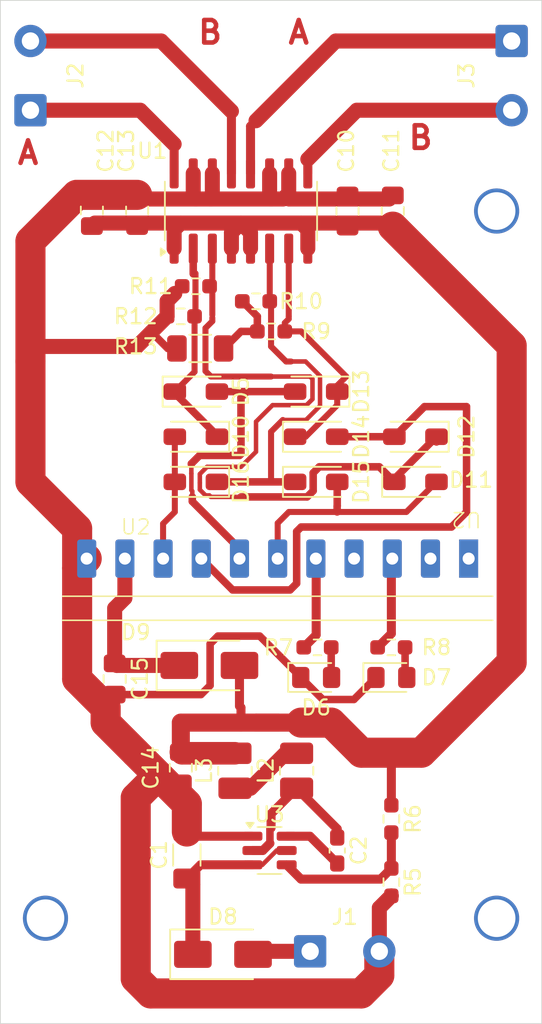
<source format=kicad_pcb>
(kicad_pcb (version 20241229) (generator "pcbnew") (generator_version "9.0")
  (layers (0 "F.Cu" signal) (2 "B.Cu" signal) (13 "F.Paste" user) (15 "B.Paste" user) (5 "F.SilkS" user "F.Silkscreen") (7 "B.SilkS" user "B.Silkscreen") (1 "F.Mask" user) (3 "B.Mask" user) (25 "Edge.Cuts" user))
  (net 0 "")
  (net 1 "GND")
  (net 2 "Net-(D8-K)")
  (net 3 "+5V")
  (net 4 "Net-(D9-K)")
  (net 5 "Net-(D15-K)")
  (net 6 "Net-(D6-A)")
  (net 7 "Net-(D7-A)")
  (net 8 "Net-(D8-A)")
  (net 9 "Net-(J2-Pin_2)")
  (net 10 "Net-(J2-Pin_1)")
  (net 11 "Net-(J3-Pin_2)")
  (net 12 "Net-(J3-Pin_1)")
  (net 13 "Net-(L2-Pad2)")
  (net 14 "Net-(U3-SW)")
  (net 15 "Net-(U3-VFB)")
  (net 16 "Net-(U2-VT)")
  (net 17 "Net-(U2-LED)")
  (net 21 "Net-(U3-VBST)")
  (net 22 "Net-(D10-A)")
  (net 23 "Net-(D10-K)")
  (net 24 "Net-(D11-A)")
  (net 25 "Net-(D12-A)")
  (net 26 "Net-(D11-K)")
  (net 27 "Net-(D13-A)")
  (net 28 "Net-(D13-K)")
  (net 29 "Net-(R10-Pad2)")
  (footprint "Capacitor_SMD:C_0805_2012Metric_Pad1.18x1.45mm_HandSolder" (layer "F.Cu") (at 33.6 168.301 -90)
    (property "Reference" "C15" (at 0 -1.68 90) (layer "F.SilkS"))
    (property "Value" "47u")
    (fp_line (start -0.261252 0.735) (end 0.261252 0.735) (stroke (width 0.12)) (layer "F.SilkS"))
    (fp_line (start -0.261252 -0.735) (end 0.261252 -0.735) (stroke (width 0.12)) (layer "F.SilkS"))
    (pad "1" smd roundrect (at -1.0375 0 270) (size 1.175 1.45) (layers "F.Cu" "F.Mask" "F.Paste") (roundrect_rratio 0.212766) (net 4 "Net-(D9-K)"))
    (pad "2" smd roundrect (at 1.0375 0 270) (size 1.175 1.45) (layers "F.Cu" "F.Mask" "F.Paste") (roundrect_rratio 0.212766) (net 1 "GND"))
  )
  (footprint "Diode_SMD:D_SOD-123F_HandSoldering" (layer "F.Cu") (at 47 149.201 180)
    (property "Reference" "D13" (at -3 0 90) (layer "F.SilkS"))
    (property "Value" "D_Schottky")
    (fp_line (start -2.21 1) (end 1.65 1) (stroke (width 0.12)) (layer "F.SilkS"))
    (fp_line (start -2.21 -1) (end 1.65 -1) (stroke (width 0.12)) (layer "F.SilkS"))
    (fp_line (start -2.21 -1) (end -2.21 1) (stroke (width 0.12)) (layer "F.SilkS"))
    (pad "1" smd roundrect (at -1.4 0 180) (size 1.5 1.1) (layers "F.Cu" "F.Mask" "F.Paste") (roundrect_rratio 0.2272727273) (net 28 "Net-(D13-K)"))
    (pad "2" smd roundrect (at 1.4 0 180) (size 1.5 1.1) (layers "F.Cu" "F.Mask" "F.Paste") (roundrect_rratio 0.2272727273) (net 27 "Net-(D13-A)"))
  )
  (footprint "Package_TO_SOT_SMD:SOT-23-6" (layer "F.Cu") (at 43.9 179.701)
    (property "Reference" "U3" (at 0 -2.4 0) (layer "F.SilkS"))
    (property "Value" "TPS563201DDCR")
    (fp_line (start 0 -1.56) (end -0.8 -1.56) (stroke (width 0.12)) (layer "F.SilkS"))
    (fp_line (start 0 -1.56) (end 0.8 -1.56) (stroke (width 0.12)) (layer "F.SilkS"))
    (fp_line (start 0 1.56) (end -0.8 1.56) (stroke (width 0.12)) (layer "F.SilkS"))
    (fp_line (start 0 1.56) (end 0.8 1.56) (stroke (width 0.12)) (layer "F.SilkS"))
    (fp_poly (pts (xy -1.3 -1.51) (xy -1.54 -1.84) (xy -1.06 -1.84)) (stroke (width 0.12)) (fill yes) (layer "F.SilkS"))
    (pad "1" smd roundrect (at -1.1375 -0.95) (size 1.325 0.6) (layers "F.Cu" "F.Mask" "F.Paste") (net 1 "GND"))
    (pad "2" smd roundrect (at -1.1375 0) (size 1.325 0.6) (layers "F.Cu" "F.Mask" "F.Paste") (net 14 "Net-(U3-SW)"))
    (pad "3" smd roundrect (at -1.1375 0.95) (size 1.325 0.6) (layers "F.Cu" "F.Mask" "F.Paste") (net 2 "Net-(D8-K)"))
    (pad "4" smd roundrect (at 1.1375 0.95) (size 1.325 0.6) (layers "F.Cu" "F.Mask" "F.Paste") (net 15 "Net-(U3-VFB)"))
    (pad "5" smd roundrect (at 1.1375 0) (size 1.325 0.6) (layers "F.Cu" "F.Mask" "F.Paste") (net 2 "Net-(D8-K)"))
    (pad "6" smd roundrect (at 1.1375 -0.95) (size 1.325 0.6) (layers "F.Cu" "F.Mask" "F.Paste") (net 21 "Net-(U3-VBST)"))
  )
  (footprint "Resistor_SMD:R_0603_1608Metric_Pad0.98x0.95mm_HandSolder" (layer "F.Cu") (at 52 181.801 -90)
    (property "Reference" "R5" (at 0 -1.43 90) (layer "F.SilkS"))
    (property "Value" "10k")
    (fp_line (start -0.254724 0.5225) (end 0.254724 0.5225) (stroke (width 0.12)) (layer "F.SilkS"))
    (fp_line (start -0.254724 -0.5225) (end 0.254724 -0.5225) (stroke (width 0.12)) (layer "F.SilkS"))
    (pad "1" smd roundrect (at -0.9125 0 270) (size 0.975 0.95) (layers "F.Cu" "F.Mask" "F.Paste") (net 15 "Net-(U3-VFB)"))
    (pad "2" smd roundrect (at 0.9125 0 270) (size 0.975 0.95) (layers "F.Cu" "F.Mask" "F.Paste") (net 1 "GND"))
  )
  (footprint "RF_Module:RXC6-433MHZ" (layer "F.Cu") (at 45.78 161.801 180)
    (property "Reference" "U2" (at -11.22 4.1 180) (layer "F.SilkS") (effects (font (thickness 0.1))))
    (property "Value" "RXC6-433MHZ")
    (fp_line (start 15.64 -1) (end -12.96 -1) (stroke (width 0.1)) (layer "F.SilkS"))
    (fp_line (start 15.64 -2.6) (end -12.96 -2.6) (stroke (width 0.1)) (layer "F.SilkS"))
    (fp_text user "${REFERENCE}" (at 10.78 3.6 0) (layer "F.SilkS") (effects (font (thickness 0.1))))
    (pad "1" thru_hole rect (at -11.36 1.5 270) (size 2.54 1.27) (drill 0.8) (layers "*.Cu" "*.Mask"))
    (pad "2" thru_hole roundrect (at -8.82 1.5 270) (size 2.54 1.27) (drill 0.8) (layers "*.Cu" "*.Mask") (roundrect_rratio 0.15))
    (pad "3" thru_hole roundrect (at -6.28 1.5 90) (size 2.54 1.27) (drill 0.8) (layers "*.Cu" "*.Mask") (roundrect_rratio 0.15) (net 17 "Net-(U2-LED)"))
    (pad "4" thru_hole roundrect (at -3.74 1.5 90) (size 2.54 1.27) (drill 0.8) (layers "*.Cu" "*.Mask") (roundrect_rratio 0.15))
    (pad "5" thru_hole roundrect (at -1.2 1.5 90) (size 2.54 1.27) (drill 0.8) (layers "*.Cu" "*.Mask") (roundrect_rratio 0.15) (net 16 "Net-(U2-VT)"))
    (pad "6" thru_hole roundrect (at 1.34 1.5 90) (size 2.54 1.27) (drill 0.8) (layers "*.Cu" "*.Mask") (roundrect_rratio 0.15) (net 24 "Net-(D11-A)"))
    (pad "7" thru_hole roundrect (at 3.88 1.5 90) (size 2.54 1.27) (drill 0.8) (layers "*.Cu" "*.Mask") (roundrect_rratio 0.15) (net 27 "Net-(D13-A)"))
    (pad "8" thru_hole roundrect (at 6.42 1.5 90) (size 2.54 1.27) (drill 0.8) (layers "*.Cu" "*.Mask") (roundrect_rratio 0.15) (net 25 "Net-(D12-A)"))
    (pad "9" thru_hole roundrect (at 8.96 1.5 90) (size 2.54 1.27) (drill 0.8) (layers "*.Cu" "*.Mask") (roundrect_rratio 0.15) (net 22 "Net-(D10-A)"))
    (pad "10" thru_hole roundrect (at 11.5 1.5 90) (size 2.54 1.27) (drill 0.8) (layers "*.Cu" "*.Mask") (roundrect_rratio 0.15) (net 4 "Net-(D9-K)"))
    (pad "11" thru_hole roundrect (at 14.04 1.5 90) (size 2.54 1.27) (drill 0.8) (layers "*.Cu" "*.Mask") (roundrect_rratio 0.15) (net 1 "GND"))
  )
  (footprint "Inductor_SMD:L_1008_2520Metric_Pad1.43x2.20mm_HandSolder" (layer "F.Cu") (at 45.7 174.401 90)
    (property "Reference" "L2" (at 0 -2.05 90) (layer "F.SilkS"))
    (property "Value" "2.2uH")
    (fp_line (start -0.261252 -1.11) (end 0.261252 -1.11) (stroke (width 0.12)) (layer "F.SilkS"))
    (fp_line (start -0.261252 1.11) (end 0.261252 1.11) (stroke (width 0.12)) (layer "F.SilkS"))
    (pad "1" smd roundrect (at -1.1625 0 90) (size 1.425 2.2) (layers "F.Cu" "F.Mask" "F.Paste") (roundrect_rratio 0.175439) (net 14 "Net-(U3-SW)"))
    (pad "2" smd roundrect (at 1.1625 0 90) (size 1.425 2.2) (layers "F.Cu" "F.Mask" "F.Paste") (roundrect_rratio 0.175439) (net 13 "Net-(L2-Pad2)"))
  )
  (footprint "Package_SO:SOP-16_3.9x9.9mm_P1.27mm" (layer "F.Cu") (at 42 137.201 90)
    (property "Reference" "U1" (at 4 -5.9 180) (layer "F.SilkS"))
    (property "Value" "MX1616H")
    (fp_line (start 0 -5.06) (end 1.95 -5.06) (stroke (width 0.12)) (layer "F.SilkS"))
    (fp_line (start 0 -5.06) (end -1.95 -5.06) (stroke (width 0.12)) (layer "F.SilkS"))
    (fp_line (start 0 5.06) (end 1.95 5.06) (stroke (width 0.12)) (layer "F.SilkS"))
    (fp_line (start 0 5.06) (end -1.95 5.06) (stroke (width 0.12)) (layer "F.SilkS"))
    (fp_poly (pts (xy -2.725 -5.005) (xy -2.965 -5.335) (xy -2.485 -5.335)) (stroke (width 0.12)) (fill yes) (layer "F.SilkS"))
    (pad "1" smd roundrect (at -2.5 -4.445 90) (size 2 0.6) (layers "F.Cu" "F.Mask" "F.Paste") (net 3 "+5V"))
    (pad "2" smd roundrect (at -2.5 -3.175 90) (size 2 0.6) (layers "F.Cu" "F.Mask" "F.Paste") (net 23 "Net-(D10-K)"))
    (pad "3" smd roundrect (at -2.5 -1.905 90) (size 2 0.6) (layers "F.Cu" "F.Mask" "F.Paste") (net 26 "Net-(D11-K)"))
    (pad "4" smd roundrect (at -2.5 -0.635 90) (size 2 0.6) (layers "F.Cu" "F.Mask" "F.Paste") (net 3 "+5V"))
    (pad "5" smd roundrect (at -2.5 0.635 90) (size 2 0.6) (layers "F.Cu" "F.Mask" "F.Paste") (net 3 "+5V"))
    (pad "6" smd roundrect (at -2.5 1.905 90) (size 2 0.6) (layers "F.Cu" "F.Mask" "F.Paste") (net 5 "Net-(D15-K)"))
    (pad "7" smd roundrect (at -2.5 3.175 90) (size 2 0.6) (layers "F.Cu" "F.Mask" "F.Paste") (net 28 "Net-(D13-K)"))
    (pad "8" smd roundrect (at -2.5 4.445 90) (size 2 0.6) (layers "F.Cu" "F.Mask" "F.Paste") (net 3 "+5V"))
    (pad "9" smd roundrect (at 2.5 4.445 90) (size 2 0.6) (layers "F.Cu" "F.Mask" "F.Paste") (net 11 "Net-(J3-Pin_2)"))
    (pad "10" smd roundrect (at 2.5 3.175 90) (size 2 0.6) (layers "F.Cu" "F.Mask" "F.Paste") (net 1 "GND"))
    (pad "11" smd roundrect (at 2.5 1.905 90) (size 2 0.6) (layers "F.Cu" "F.Mask" "F.Paste") (net 1 "GND"))
    (pad "12" smd roundrect (at 2.5 0.635 90) (size 2 0.6) (layers "F.Cu" "F.Mask" "F.Paste") (net 12 "Net-(J3-Pin_1)"))
    (pad "13" smd roundrect (at 2.5 -0.635 90) (size 2 0.6) (layers "F.Cu" "F.Mask" "F.Paste") (net 9 "Net-(J2-Pin_2)"))
    (pad "14" smd roundrect (at 2.5 -1.905 90) (size 2 0.6) (layers "F.Cu" "F.Mask" "F.Paste") (net 1 "GND"))
    (pad "15" smd roundrect (at 2.5 -3.175 90) (size 2 0.6) (layers "F.Cu" "F.Mask" "F.Paste") (net 1 "GND"))
    (pad "16" smd roundrect (at 2.5 -4.445 90) (size 2 0.6) (layers "F.Cu" "F.Mask" "F.Paste") (net 10 "Net-(J2-Pin_1)"))
  )
  (footprint "Capacitor_SMD:C_0805_2012Metric_Pad1.18x1.45mm_HandSolder" (layer "F.Cu") (at 38 174.201 -90)
    (property "Reference" "C14" (at 0 2 90) (layer "F.SilkS"))
    (property "Value" "47u")
    (fp_line (start -0.261252 0.735) (end 0.261252 0.735) (stroke (width 0.12)) (layer "F.SilkS"))
    (fp_line (start -0.261252 -0.735) (end 0.261252 -0.735) (stroke (width 0.12)) (layer "F.SilkS"))
    (pad "1" smd roundrect (at -1.0375 0 270) (size 1.175 1.45) (layers "F.Cu" "F.Mask" "F.Paste") (roundrect_rratio 0.212766) (net 3 "+5V"))
    (pad "2" smd roundrect (at 1.0375 0 270) (size 1.175 1.45) (layers "F.Cu" "F.Mask" "F.Paste") (roundrect_rratio 0.212766) (net 1 "GND"))
  )
  (footprint "Resistor_SMD:R_0603_1608Metric_Pad0.98x0.95mm_HandSolder" (layer "F.Cu") (at 43 143.201 180)
    (property "Reference" "R10" (at -3 0 0) (layer "F.SilkS"))
    (property "Value" "10k")
    (fp_line (start -0.254724 0.5225) (end 0.254724 0.5225) (stroke (width 0.12)) (layer "F.SilkS"))
    (fp_line (start -0.254724 -0.5225) (end 0.254724 -0.5225) (stroke (width 0.12)) (layer "F.SilkS"))
    (pad "1" smd roundrect (at -0.9125 0 180) (size 0.975 0.95) (layers "F.Cu" "F.Mask" "F.Paste") (net 5 "Net-(D15-K)"))
    (pad "2" smd roundrect (at 0.9125 0 180) (size 0.975 0.95) (layers "F.Cu" "F.Mask" "F.Paste") (net 29 "Net-(R10-Pad2)"))
  )
  (footprint "Resistor_SMD:R_0603_1608Metric_Pad0.98x0.95mm_HandSolder" (layer "F.Cu") (at 39 142.201 180)
    (property "Reference" "R11" (at 3 0 0) (layer "F.SilkS"))
    (property "Value" "10k")
    (fp_line (start -0.254724 0.5225) (end 0.254724 0.5225) (stroke (width 0.12)) (layer "F.SilkS"))
    (fp_line (start -0.254724 -0.5225) (end 0.254724 -0.5225) (stroke (width 0.12)) (layer "F.SilkS"))
    (pad "1" smd roundrect (at -0.9125 0 180) (size 0.975 0.95) (layers "F.Cu" "F.Mask" "F.Paste") (net 26 "Net-(D11-K)"))
    (pad "2" smd roundrect (at 0.9125 0 180) (size 0.975 0.95) (layers "F.Cu" "F.Mask" "F.Paste") (net 1 "GND"))
  )
  (footprint "Diode_SMD:D_SOD-123F_HandSoldering" (layer "F.Cu") (at 47 155.201)
    (property "Reference" "D15" (at 3 0 90) (layer "F.SilkS"))
    (property "Value" "D_Schottky")
    (fp_line (start -2.21 -1) (end -2.21 1) (stroke (width 0.12)) (layer "F.SilkS"))
    (fp_line (start -2.21 -1) (end 1.65 -1) (stroke (width 0.12)) (layer "F.SilkS"))
    (fp_line (start -2.21 1) (end 1.65 1) (stroke (width 0.12)) (layer "F.SilkS"))
    (pad "1" smd roundrect (at -1.4 0) (size 1.5 1.1) (layers "F.Cu" "F.Mask" "F.Paste") (roundrect_rratio 0.2272727273) (net 5 "Net-(D15-K)"))
    (pad "2" smd roundrect (at 1.4 0) (size 1.5 1.1) (layers "F.Cu" "F.Mask" "F.Paste") (roundrect_rratio 0.2272727273) (net 24 "Net-(D11-A)"))
  )
  (footprint "Resistor_SMD:R_1206_3216Metric_Pad1.30x1.75mm_HandSolder" (layer "F.Cu") (at 39.290133 146.334907 180)
    (property "Reference" "R13" (at 4.290133 0.133907 0) (layer "F.SilkS"))
    (property "Value" "0r")
    (fp_line (start -0.727064 0.91) (end 0.727064 0.91) (stroke (width 0.12)) (layer "F.SilkS"))
    (fp_line (start -0.727064 -0.91) (end 0.727064 -0.91) (stroke (width 0.12)) (layer "F.SilkS"))
    (pad "1" smd roundrect (at -1.55 0 180) (size 1.3 1.75) (layers "F.Cu" "F.Mask" "F.Paste") (roundrect_rratio 0.192308) (net 29 "Net-(R10-Pad2)"))
    (pad "2" smd roundrect (at 1.55 0 180) (size 1.3 1.75) (layers "F.Cu" "F.Mask" "F.Paste") (roundrect_rratio 0.192308) (net 1 "GND"))
  )
  (footprint "Capacitor_SMD:C_0805_2012Metric_Pad1.18x1.45mm_HandSolder" (layer "F.Cu") (at 52.095 137.201 90)
    (property "Reference" "C11" (at 4 -0.095 90) (layer "F.SilkS"))
    (property "Value" "47u")
    (fp_line (start -0.261252 -0.735) (end 0.261252 -0.735) (stroke (width 0.12)) (layer "F.SilkS"))
    (fp_line (start -0.261252 0.735) (end 0.261252 0.735) (stroke (width 0.12)) (layer "F.SilkS"))
    (pad "1" smd roundrect (at -1.0375 0 90) (size 1.175 1.45) (layers "F.Cu" "F.Mask" "F.Paste") (roundrect_rratio 0.212766) (net 3 "+5V"))
    (pad "2" smd roundrect (at 1.0375 0 90) (size 1.175 1.45) (layers "F.Cu" "F.Mask" "F.Paste") (roundrect_rratio 0.212766) (net 1 "GND"))
  )
  (footprint "Diode_SMD:D_SOD-123F_HandSoldering" (layer "F.Cu") (at 47 152.201)
    (property "Reference" "D14" (at 3 0 90) (layer "F.SilkS"))
    (property "Value" "D_Schottky")
    (fp_line (start -2.21 -1) (end -2.21 1) (stroke (width 0.12)) (layer "F.SilkS"))
    (fp_line (start -2.21 -1) (end 1.65 -1) (stroke (width 0.12)) (layer "F.SilkS"))
    (fp_line (start -2.21 1) (end 1.65 1) (stroke (width 0.12)) (layer "F.SilkS"))
    (pad "1" smd roundrect (at -1.4 0) (size 1.5 1.1) (layers "F.Cu" "F.Mask" "F.Paste") (roundrect_rratio 0.2272727273) (net 28 "Net-(D13-K)"))
    (pad "2" smd roundrect (at 1.4 0) (size 1.5 1.1) (layers "F.Cu" "F.Mask" "F.Paste") (roundrect_rratio 0.2272727273) (net 25 "Net-(D12-A)"))
  )
  (footprint "Capacitor_SMD:C_0805_2012Metric_Pad1.18x1.45mm_HandSolder" (layer "F.Cu") (at 32.085 137.1635 90)
    (property "Reference" "C12" (at 3.9625 0.915 90) (layer "F.SilkS"))
    (property "Value" "47u")
    (fp_line (start -0.261252 -0.735) (end 0.261252 -0.735) (stroke (width 0.12)) (layer "F.SilkS"))
    (fp_line (start -0.261252 0.735) (end 0.261252 0.735) (stroke (width 0.12)) (layer "F.SilkS"))
    (pad "1" smd roundrect (at -1.0375 0 90) (size 1.175 1.45) (layers "F.Cu" "F.Mask" "F.Paste") (roundrect_rratio 0.212766) (net 3 "+5V"))
    (pad "2" smd roundrect (at 1.0375 0 90) (size 1.175 1.45) (layers "F.Cu" "F.Mask" "F.Paste") (roundrect_rratio 0.212766) (net 1 "GND"))
  )
  (footprint "Connector_Wire:SolderWire-0.5sqmm_1x02_P4.6mm_D0.9mm_OD2.1mm" (layer "F.Cu") (at 28 130.501 90)
    (property "Reference" "J2" (at 2.3 3 90) (layer "F.SilkS"))
    (property "Value" "Conn_01x02")
    (pad "1" thru_hole roundrect (at 0 0 90) (size 2.15 2.15) (drill 1.15) (layers "*.Cu" "*.Mask") (roundrect_rratio 0.116279) (net 10 "Net-(J2-Pin_1)"))
    (pad "2" thru_hole circle (at 4.6 0 90) (size 2.15 2.15) (drill 1.15) (layers "*.Cu" "*.Mask") (net 9 "Net-(J2-Pin_2)"))
  )
  (footprint "Capacitor_SMD:C_0805_2012Metric_Pad1.18x1.45mm_HandSolder" (layer "F.Cu") (at 35.095 137.1635 90)
    (property "Reference" "C13" (at 3.9625 -0.725 90) (layer "F.SilkS"))
    (property "Value" "47u")
    (fp_line (start -0.261252 -0.735) (end 0.261252 -0.735) (stroke (width 0.12)) (layer "F.SilkS"))
    (fp_line (start -0.261252 0.735) (end 0.261252 0.735) (stroke (width 0.12)) (layer "F.SilkS"))
    (pad "1" smd roundrect (at -1.0375 0 90) (size 1.175 1.45) (layers "F.Cu" "F.Mask" "F.Paste") (roundrect_rratio 0.212766) (net 3 "+5V"))
    (pad "2" smd roundrect (at 1.0375 0 90) (size 1.175 1.45) (layers "F.Cu" "F.Mask" "F.Paste") (roundrect_rratio 0.212766) (net 1 "GND"))
  )
  (footprint "Capacitor_SMD:C_0603_1608Metric_Pad1.08x0.95mm_HandSolder" (layer "F.Cu") (at 48.4 179.701 -90)
    (property "Reference" "C2" (at 0 -1.43 90) (layer "F.SilkS"))
    (property "Value" "100n")
    (fp_line (start -0.146267 0.51) (end 0.146267 0.51) (stroke (width 0.12)) (layer "F.SilkS"))
    (fp_line (start -0.146267 -0.51) (end 0.146267 -0.51) (stroke (width 0.12)) (layer "F.SilkS"))
    (pad "1" smd roundrect (at -0.8625 0 270) (size 1.075 0.95) (layers "F.Cu" "F.Mask" "F.Paste") (net 14 "Net-(U3-SW)"))
    (pad "2" smd roundrect (at 0.8625 0 270) (size 1.075 0.95) (layers "F.Cu" "F.Mask" "F.Paste") (net 21 "Net-(U3-VBST)"))
  )
  (footprint "Resistor_SMD:R_0603_1608Metric_Pad0.98x0.95mm_HandSolder" (layer "F.Cu") (at 52 177.601 -90)
    (property "Reference" "R6" (at 0 -1.43 90) (layer "F.SilkS"))
    (property "Value" "56k")
    (fp_line (start -0.254724 0.5225) (end 0.254724 0.5225) (stroke (width 0.12)) (layer "F.SilkS"))
    (fp_line (start -0.254724 -0.5225) (end 0.254724 -0.5225) (stroke (width 0.12)) (layer "F.SilkS"))
    (pad "1" smd roundrect (at -0.9125 0 270) (size 0.975 0.95) (layers "F.Cu" "F.Mask" "F.Paste") (net 3 "+5V"))
    (pad "2" smd roundrect (at 0.9125 0 270) (size 0.975 0.95) (layers "F.Cu" "F.Mask" "F.Paste") (net 15 "Net-(U3-VFB)"))
  )
  (footprint "Diode_SMD:D_SOD-123F_HandSoldering" (layer "F.Cu") (at 39 152.201 180)
    (property "Reference" "D10" (at -3 0 90) (layer "F.SilkS"))
    (property "Value" "D_Schottky")
    (fp_line (start -2.21 1) (end 1.65 1) (stroke (width 0.12)) (layer "F.SilkS"))
    (fp_line (start -2.21 -1) (end 1.65 -1) (stroke (width 0.12)) (layer "F.SilkS"))
    (fp_line (start -2.21 -1) (end -2.21 1) (stroke (width 0.12)) (layer "F.SilkS"))
    (pad "1" smd roundrect (at -1.4 0 180) (size 1.5 1.1) (layers "F.Cu" "F.Mask" "F.Paste") (roundrect_rratio 0.2272727273) (net 23 "Net-(D10-K)"))
    (pad "2" smd roundrect (at 1.4 0 180) (size 1.5 1.1) (layers "F.Cu" "F.Mask" "F.Paste") (roundrect_rratio 0.2272727273) (net 22 "Net-(D10-A)"))
  )
  (footprint "Diode_SMD:D_SOD-123F_HandSoldering" (layer "F.Cu") (at 53.6 152.201 180)
    (property "Reference" "D12" (at -3.4 0 90) (layer "F.SilkS"))
    (property "Value" "D_Schottky")
    (fp_line (start -2.21 1) (end 1.65 1) (stroke (width 0.12)) (layer "F.SilkS"))
    (fp_line (start -2.21 -1) (end 1.65 -1) (stroke (width 0.12)) (layer "F.SilkS"))
    (fp_line (start -2.21 -1) (end -2.21 1) (stroke (width 0.12)) (layer "F.SilkS"))
    (pad "1" smd roundrect (at -1.4 0 180) (size 1.5 1.1) (layers "F.Cu" "F.Mask" "F.Paste") (roundrect_rratio 0.2272727273) (net 26 "Net-(D11-K)"))
    (pad "2" smd roundrect (at 1.4 0 180) (size 1.5 1.1) (layers "F.Cu" "F.Mask" "F.Paste") (roundrect_rratio 0.2272727273) (net 25 "Net-(D12-A)"))
  )
  (footprint "Resistor_SMD:R_0603_1608Metric_Pad0.98x0.95mm_HandSolder" (layer "F.Cu") (at 38 144.201 180)
    (property "Reference" "R12" (at 3 0 0) (layer "F.SilkS"))
    (property "Value" "10k")
    (fp_line (start -0.254724 0.5225) (end 0.254724 0.5225) (stroke (width 0.12)) (layer "F.SilkS"))
    (fp_line (start -0.254724 -0.5225) (end 0.254724 -0.5225) (stroke (width 0.12)) (layer "F.SilkS"))
    (pad "1" smd roundrect (at -0.9125 0 180) (size 0.975 0.95) (layers "F.Cu" "F.Mask" "F.Paste") (net 23 "Net-(D10-K)"))
    (pad "2" smd roundrect (at 0.9125 0 180) (size 0.975 0.95) (layers "F.Cu" "F.Mask" "F.Paste") (net 1 "GND"))
  )
  (footprint "Connector_Wire:SolderWire-0.5sqmm_1x02_P4.6mm_D0.9mm_OD2.1mm" (layer "F.Cu") (at 60 125.901 -90)
    (property "Reference" "J3" (at 2.3 3 90) (layer "F.SilkS"))
    (property "Value" "Conn_01x02")
    (pad "1" thru_hole roundrect (at 0 0 270) (size 2.15 2.15) (drill 1.15) (layers "*.Cu" "*.Mask") (roundrect_rratio 0.116279) (net 12 "Net-(J3-Pin_1)"))
    (pad "2" thru_hole circle (at 4.6 0 270) (size 2.15 2.15) (drill 1.15) (layers "*.Cu" "*.Mask") (net 11 "Net-(J3-Pin_2)"))
  )
  (footprint "LED_SMD:LED_0805_2012Metric_Pad1.15x1.40mm_HandSolder" (layer "F.Cu") (at 52 168.201)
    (property "Reference" "D7" (at 3 0 0) (layer "F.SilkS"))
    (property "Value" "Green 0805")
    (fp_line (start -1.86 -0.96) (end -1.86 0.96) (stroke (width 0.12)) (layer "F.SilkS"))
    (fp_line (start -1.86 0.96) (end 1 0.96) (stroke (width 0.12)) (layer "F.SilkS"))
    (fp_line (start 1 -0.96) (end -1.86 -0.96) (stroke (width 0.12)) (layer "F.SilkS"))
    (pad "1" smd roundrect (at -1.025 0) (size 1.15 1.4) (layers "F.Cu" "F.Mask" "F.Paste") (roundrect_rratio 0.217391) (net 1 "GND"))
    (pad "2" smd roundrect (at 1.025 0) (size 1.15 1.4) (layers "F.Cu" "F.Mask" "F.Paste") (roundrect_rratio 0.217391) (net 7 "Net-(D7-A)"))
  )
  (footprint "Diode_SMD:D_SOD-123F_HandSoldering" (layer "F.Cu") (at 53.6 155.201)
    (property "Reference" "D11" (at 3.698163 -0.133878 0) (layer "F.SilkS"))
    (property "Value" "D_Schottky")
    (fp_line (start -2.21 -1) (end -2.21 1) (stroke (width 0.12)) (layer "F.SilkS"))
    (fp_line (start -2.21 -1) (end 1.65 -1) (stroke (width 0.12)) (layer "F.SilkS"))
    (fp_line (start -2.21 1) (end 1.65 1) (stroke (width 0.12)) (layer "F.SilkS"))
    (pad "1" smd roundrect (at -1.4 0) (size 1.5 1.1) (layers "F.Cu" "F.Mask" "F.Paste") (roundrect_rratio 0.2272727273) (net 26 "Net-(D11-K)"))
    (pad "2" smd roundrect (at 1.4 0) (size 1.5 1.1) (layers "F.Cu" "F.Mask" "F.Paste") (roundrect_rratio 0.2272727273) (net 24 "Net-(D11-A)"))
  )
  (footprint "Capacitor_SMD:C_1206_3216Metric_Pad1.33x1.80mm_HandSolder" (layer "F.Cu") (at 38.4 180.001 90)
    (property "Reference" "C1" (at 0 -1.85 90) (layer "F.SilkS"))
    (property "Value" "4.7uF")
    (fp_line (start -0.711252 -0.91) (end 0.711252 -0.91) (stroke (width 0.12)) (layer "F.SilkS"))
    (fp_line (start -0.711252 0.91) (end 0.711252 0.91) (stroke (width 0.12)) (layer "F.SilkS"))
    (pad "1" smd roundrect (at -1.5625 0 90) (size 1.325 1.8) (layers "F.Cu" "F.Mask" "F.Paste") (roundrect_rratio 0.188679) (net 2 "Net-(D8-K)"))
    (pad "2" smd roundrect (at 1.5625 0 90) (size 1.325 1.8) (layers "F.Cu" "F.Mask" "F.Paste") (roundrect_rratio 0.188679) (net 1 "GND"))
  )
  (footprint "Capacitor_SMD:C_0805_2012Metric_Pad1.18x1.45mm_HandSolder" (layer "F.Cu") (at 49.085 137.201 90)
    (property "Reference" "C10" (at 4 -0.085 90) (layer "F.SilkS"))
    (property "Value" "47u")
    (fp_line (start -0.261252 -0.735) (end 0.261252 -0.735) (stroke (width 0.12)) (layer "F.SilkS"))
    (fp_line (start -0.261252 0.735) (end 0.261252 0.735) (stroke (width 0.12)) (layer "F.SilkS"))
    (pad "1" smd roundrect (at -1.0375 0 90) (size 1.175 1.45) (layers "F.Cu" "F.Mask" "F.Paste") (roundrect_rratio 0.212766) (net 3 "+5V"))
    (pad "2" smd roundrect (at 1.0375 0 90) (size 1.175 1.45) (layers "F.Cu" "F.Mask" "F.Paste") (roundrect_rratio 0.212766) (net 1 "GND"))
  )
  (footprint "Diode_SMD:D_SOD-123F_HandSoldering" (layer "F.Cu") (at 39 155.201 180)
    (property "Reference" "D16" (at -3 0 90) (layer "F.SilkS"))
    (property "Value" "D_Schottky")
    (fp_line (start -2.21 1) (end 1.65 1) (stroke (width 0.12)) (layer "F.SilkS"))
    (fp_line (start -2.21 -1) (end 1.65 -1) (stroke (width 0.12)) (layer "F.SilkS"))
    (fp_line (start -2.21 -1) (end -2.21 1) (stroke (width 0.12)) (layer "F.SilkS"))
    (pad "1" smd roundrect (at -1.4 0 180) (size 1.5 1.1) (layers "F.Cu" "F.Mask" "F.Paste") (roundrect_rratio 0.2272727273) (net 5 "Net-(D15-K)"))
    (pad "2" smd roundrect (at 1.4 0 180) (size 1.5 1.1) (layers "F.Cu" "F.Mask" "F.Paste") (roundrect_rratio 0.2272727273) (net 22 "Net-(D10-A)"))
  )
  (footprint "LED_SMD:LED_0805_2012Metric_Pad1.15x1.40mm_HandSolder" (layer "F.Cu") (at 47 168.201)
    (property "Reference" "D6" (at 0 2 0) (layer "F.SilkS"))
    (property "Value" "Green 0805")
    (fp_line (start -1.86 -0.96) (end -1.86 0.96) (stroke (width 0.12)) (layer "F.SilkS"))
    (fp_line (start -1.86 0.96) (end 1 0.96) (stroke (width 0.12)) (layer "F.SilkS"))
    (fp_line (start 1 -0.96) (end -1.86 -0.96) (stroke (width 0.12)) (layer "F.SilkS"))
    (pad "1" smd roundrect (at -1.025 0) (size 1.15 1.4) (layers "F.Cu" "F.Mask" "F.Paste") (roundrect_rratio 0.217391) (net 1 "GND"))
    (pad "2" smd roundrect (at 1.025 0) (size 1.15 1.4) (layers "F.Cu" "F.Mask" "F.Paste") (roundrect_rratio 0.217391) (net 6 "Net-(D6-A)"))
  )
  (footprint "Inductor_SMD:L_1008_2520Metric_Pad1.43x2.20mm_HandSolder" (layer "F.Cu") (at 41.6 174.401 90)
    (property "Reference" "L3" (at 0 -2.05 90) (layer "F.SilkS"))
    (property "Value" "2.2uH")
    (fp_line (start -0.261252 -1.11) (end 0.261252 -1.11) (stroke (width 0.12)) (layer "F.SilkS"))
    (fp_line (start -0.261252 1.11) (end 0.261252 1.11) (stroke (width 0.12)) (layer "F.SilkS"))
    (pad "1" smd roundrect (at -1.1625 0 90) (size 1.425 2.2) (layers "F.Cu" "F.Mask" "F.Paste") (roundrect_rratio 0.175439) (net 13 "Net-(L2-Pad2)"))
    (pad "2" smd roundrect (at 1.1625 0 90) (size 1.425 2.2) (layers "F.Cu" "F.Mask" "F.Paste") (roundrect_rratio 0.175439) (net 3 "+5V"))
  )
  (footprint "Resistor_SMD:R_0603_1608Metric_Pad0.98x0.95mm_HandSolder" (layer "F.Cu") (at 52 166.201)
    (property "Reference" "R8" (at 3 0 0) (layer "F.SilkS"))
    (property "Value" "10k")
    (fp_line (start -0.254724 -0.5225) (end 0.254724 -0.5225) (stroke (width 0.12)) (layer "F.SilkS"))
    (fp_line (start -0.254724 0.5225) (end 0.254724 0.5225) (stroke (width 0.12)) (layer "F.SilkS"))
    (pad "1" smd roundrect (at -0.9125 0) (size 0.975 0.95) (layers "F.Cu" "F.Mask" "F.Paste") (net 17 "Net-(U2-LED)"))
    (pad "2" smd roundrect (at 0.9125 0) (size 0.975 0.95) (layers "F.Cu" "F.Mask" "F.Paste") (net 7 "Net-(D7-A)"))
  )
  (footprint "Diode_SMD:D_SMA" (layer "F.Cu") (at 40.8 186.601)
    (property "Reference" "D8" (at 0 -2.5 0) (layer "F.SilkS"))
    (property "Value" "SS34")
    (fp_line (start -3.51 -1.65) (end -3.51 1.65) (stroke (width 0.12)) (layer "F.SilkS"))
    (fp_line (start -3.51 -1.65) (end 2 -1.65) (stroke (width 0.12)) (layer "F.SilkS"))
    (fp_line (start -3.51 1.65) (end 2 1.65) (stroke (width 0.12)) (layer "F.SilkS"))
    (pad "1" smd roundrect (at -2 0) (size 2.5 1.8) (layers "F.Cu" "F.Mask" "F.Paste") (roundrect_rratio 0.1388888889) (net 2 "Net-(D8-K)"))
    (pad "2" smd roundrect (at 2 0) (size 2.5 1.8) (layers "F.Cu" "F.Mask" "F.Paste") (roundrect_rratio 0.1388888889) (net 8 "Net-(D8-A)"))
  )
  (footprint "Resistor_SMD:R_0603_1608Metric_Pad0.98x0.95mm_HandSolder" (layer "F.Cu") (at 47.0875 166.201)
    (property "Reference" "R7" (at -2.594841 0.016505 0) (layer "F.SilkS"))
    (property "Value" "10k")
    (fp_line (start -0.254724 -0.5225) (end 0.254724 -0.5225) (stroke (width 0.12)) (layer "F.SilkS"))
    (fp_line (start -0.254724 0.5225) (end 0.254724 0.5225) (stroke (width 0.12)) (layer "F.SilkS"))
    (pad "1" smd roundrect (at -0.9125 0) (size 0.975 0.95) (layers "F.Cu" "F.Mask" "F.Paste") (net 16 "Net-(U2-VT)"))
    (pad "2" smd roundrect (at 0.9125 0) (size 0.975 0.95) (layers "F.Cu" "F.Mask" "F.Paste") (net 6 "Net-(D6-A)"))
  )
  (footprint "Resistor_SMD:R_0603_1608Metric_Pad0.98x0.95mm_HandSolder" (layer "F.Cu") (at 44 145.201 180)
    (property "Reference" "R9" (at -3 0 0) (layer "F.SilkS"))
    (property "Value" "10k")
    (fp_line (start -0.254724 0.5225) (end 0.254724 0.5225) (stroke (width 0.12)) (layer "F.SilkS"))
    (fp_line (start -0.254724 -0.5225) (end 0.254724 -0.5225) (stroke (width 0.12)) (layer "F.SilkS"))
    (pad "1" smd roundrect (at -0.9125 0 180) (size 0.975 0.95) (layers "F.Cu" "F.Mask" "F.Paste") (net 28 "Net-(D13-K)"))
    (pad "2" smd roundrect (at 0.9125 0 180) (size 0.975 0.95) (layers "F.Cu" "F.Mask" "F.Paste") (net 29 "Net-(R10-Pad2)"))
  )
  (footprint "Diode_SMD:D_SMA" (layer "F.Cu") (at 39.9 167.401)
    (property "Reference" "D9" (at -4.9 -2.2 0) (layer "F.SilkS"))
    (property "Value" "SS34")
    (fp_line (start -3.51 -1.65) (end -3.51 1.65) (stroke (width 0.12)) (layer "F.SilkS"))
    (fp_line (start -3.51 -1.65) (end 2 -1.65) (stroke (width 0.12)) (layer "F.SilkS"))
    (fp_line (start -3.51 1.65) (end 2 1.65) (stroke (width 0.12)) (layer "F.SilkS"))
    (pad "1" smd roundrect (at -2 0) (size 2.5 1.8) (layers "F.Cu" "F.Mask" "F.Paste") (roundrect_rratio 0.1388888889) (net 4 "Net-(D9-K)"))
    (pad "2" smd roundrect (at 2 0) (size 2.5 1.8) (layers "F.Cu" "F.Mask" "F.Paste") (roundrect_rratio 0.1388888889) (net 3 "+5V"))
  )
  (footprint "Diode_SMD:D_SOD-123F_HandSoldering" (layer "F.Cu") (at 39 149.201)
    (property "Reference" "D5" (at 3 0 90) (layer "F.SilkS"))
    (property "Value" "D_Schottky")
    (fp_line (start -2.21 -1) (end -2.21 1) (stroke (width 0.12)) (layer "F.SilkS"))
    (fp_line (start -2.21 -1) (end 1.65 -1) (stroke (width 0.12)) (layer "F.SilkS"))
    (fp_line (start -2.21 1) (end 1.65 1) (stroke (width 0.12)) (layer "F.SilkS"))
    (pad "1" smd roundrect (at -1.4 0) (size 1.5 1.1) (layers "F.Cu" "F.Mask" "F.Paste") (roundrect_rratio 0.2272727273) (net 23 "Net-(D10-K)"))
    (pad "2" smd roundrect (at 1.4 0) (size 1.5 1.1) (layers "F.Cu" "F.Mask" "F.Paste") (roundrect_rratio 0.2272727273) (net 27 "Net-(D13-A)"))
  )
  (footprint "Connector_Wire:SolderWire-0.5sqmm_1x02_P4.6mm_D0.9mm_OD2.1mm" (layer "F.Cu") (at 46.6 186.401)
    (property "Reference" "J1" (at 2.3 -2.28 0) (layer "F.SilkS"))
    (property "Value" "Conn_01x02")
    (pad "1" thru_hole roundrect (at 0 0) (size 2.15 2.15) (drill 1.15) (layers "*.Cu" "*.Mask") (roundrect_rratio 0.116279) (net 8 "Net-(D8-A)"))
    (pad "2" thru_hole circle (at 4.6 0) (size 2.15 2.15) (drill 1.15) (layers "*.Cu" "*.Mask") (net 1 "GND"))
  )
  (gr_rect (start 26 123.201) (end 62 191.201) (stroke (width 0.05)) (fill no) (layer "Edge.Cuts"))
  (gr_text "A" (at 45 126.201 0) (layer "F.Cu") (effects (font (size 1.5 1.5) (thickness 0.3) (bold yes)) (justify left bottom)))
  (gr_text "B" (at 39 126.201 0) (layer "F.Cu") (effects (font (size 1.5 1.5) (thickness 0.3) (bold yes)) (justify left bottom)))
  (gr_text "A" (at 27 134.201 0) (layer "F.Cu") (effects (font (size 1.5 1.5) (thickness 0.3) (bold yes)) (justify left bottom)))
  (gr_text "B" (at 53 133.201 0) (layer "F.Cu") (effects (font (size 1.5 1.5) (thickness 0.3) (bold yes)) (justify left bottom)))
  (via (at 59 137.201) (size 3) (drill 2.5) (layers "F.Cu" "B.Cu") (net 0))
  (via (at 59 184.201) (size 3) (drill 2.5) (layers "F.Cu" "B.Cu") (net 0))
  (via (at 29 184.201) (size 3) (drill 2.5) (layers "F.Cu" "B.Cu") (net 0))
  (segment (start 37.0875 144.201) (end 36.04375 145.24475) (width 1) (layer "F.Cu") (net 1))
  (segment (start 45.175 134.701) (end 45.175 136.026) (width 1) (layer "F.Cu") (net 1))
  (segment (start 28 146.201) (end 28 147.201) (width 1) (layer "F.Cu") (net 1))
  (segment (start 28 139.201) (end 31.075 136.126) (width 2) (layer "F.Cu") (net 1))
  (segment (start 42.7625 178.751) (end 38.7125 178.751) (width 0.6) (layer "F.Cu") (net 1))
  (segment (start 40.467326 165.449099) (end 39.947262 165.969163) (width 0.5) (layer "F.Cu") (net 1))
  (segment (start 31.075 136.126) (end 35.095 136.126) (width 2) (layer "F.Cu") (net 1))
  (segment (start 35 173.201) (end 33 171.201) (width 2) (layer "F.Cu") (net 1))
  (segment (start 39.947262 165.969163) (end 39.947262 168.730738) (width 0.5) (layer "F.Cu") (net 1))
  (segment (start 36 189.201) (end 35 188.201) (width 2) (layer "F.Cu") (net 1))
  (segment (start 37.133907 146.334907) (end 36.04375 145.24475) (width 0.5) (layer "F.Cu") (net 1))
  (segment (start 31.105 168.306) (end 31.105 160.936) (width 2) (layer "F.Cu") (net 1))
  (segment (start 40.095 136.307) (end 40 136.402) (width 1) (layer "F.Cu") (net 1))
  (segment (start 45.975 168.201) (end 47.439344 169.665344) (width 0.5) (layer "F.Cu") (net 1))
  (segment (start 44 136.402) (end 44.799 136.402) (width 1) (layer "F.Cu") (net 1))
  (segment (start 28 155.201) (end 28 147.201) (width 2) (layer "F.Cu") (net 1))
  (segment (start 51.2 183.5135) (end 52 182.7135) (width 1) (layer "F.Cu") (net 1))
  (segment (start 49.510656 169.665344) (end 50.975 168.201) (width 0.5) (layer "F.Cu") (net 1))
  (segment (start 35.095 136.126) (end 35.371 136.402) (width 1) (layer "F.Cu") (net 1))
  (segment (start 39.3395 169.3385) (end 33.6 169.3385) (width 0.5) (layer "F.Cu") (net 1))
  (segment (start 31.105 160.936) (end 31.105 158.306) (width 2) (layer "F.Cu") (net 1))
  (segment (start 35.0875 146.201) (end 28 146.201) (width 1) (layer "F.Cu") (net 1))
  (segment (start 38.4 176.601) (end 36.5 174.701) (width 2) (layer "F.Cu") (net 1))
  (segment (start 38.4 178.4385) (end 38.4 176.601) (width 2) (layer "F.Cu") (net 1))
  (segment (start 31.105 160.936) (end 31.74 160.301) (width 2) (layer "F.Cu") (net 1))
  (segment (start 45 136.201) (end 45.201 136.402) (width 1) (layer "F.Cu") (net 1))
  (segment (start 37.6 142.676) (end 37.0875 143.1885) (width 1) (layer "F.Cu") (net 1))
  (segment (start 39 136.402) (end 40 136.402) (width 1) (layer "F.Cu") (net 1))
  (segment (start 45.175 136.026) (end 45 136.201) (width 1) (layer "F.Cu") (net 1))
  (segment (start 47.439344 169.665344) (end 49.510656 169.665344) (width 0.5) (layer "F.Cu") (net 1))
  (segment (start 35 188.201) (end 35 176.201) (width 2) (layer "F.Cu") (net 1))
  (segment (start 51.2 186.401) (end 51.2 183.5135) (width 1) (layer "F.Cu") (net 1))
  (segment (start 33 171.201) (end 33 170.201) (width 2) (layer "F.Cu") (net 1))
  (segment (start 45.975 168.201) (end 45.975 168.176) (width 0.5) (layer "F.Cu") (net 1))
  (segment (start 38.825 134.701) (end 38.825 136.227) (width 1) (layer "F.Cu") (net 1))
  (segment (start 36.5 174.701) (end 35 173.201) (width 2) (layer "F.Cu") (net 1))
  (segment (start 40.095 134.701) (end 40.095 136.307) (width 1) (layer "F.Cu") (net 1))
  (segment (start 51.8565 136.402) (end 52.095 136.1635) (width 1) (layer "F.Cu") (net 1))
  (segment (start 38.825 136.227) (end 39 136.402) (width 1) (layer "F.Cu") (net 1))
  (segment (start 50 189.201) (end 36 189.201) (width 2) (layer "F.Cu") (net 1))
  (segment (start 28 147.201) (end 28 139.201) (width 2) (layer "F.Cu") (net 1))
  (segment (start 43.905 136.307) (end 44 136.402) (width 1) (layer "F.Cu") (net 1))
  (segment (start 35 176.201) (end 36.5 174.701) (width 2) (layer "F.Cu") (net 1))
  (segment (start 31.105 158.306) (end 28 155.201) (width 2) (layer "F.Cu") (net 1))
  (segment (start 33 170.201) (end 31.105 168.306) (width 2) (layer "F.Cu") (net 1))
  (segment (start 36.04375 145.24475) (end 35.0875 146.201) (width 1) (layer "F.Cu") (net 1))
  (segment (start 40 136.402) (end 44 136.402) (width 1) (layer "F.Cu") (net 1))
  (segment (start 51.2 188.001) (end 50 189.201) (width 2) (layer "F.Cu") (net 1))
  (segment (start 39.947262 168.730738) (end 39.3395 169.3385) (width 0.5) (layer "F.Cu") (net 1))
  (segment (start 37.0875 143.1885) (end 37.0875 144.201) (width 1) (layer "F.Cu") (net 1))
  (segment (start 38.7125 178.751) (end 38.4 178.4385) (width 0.6) (layer "F.Cu") (net 1))
  (segment (start 45.975 168.176) (end 43.248099 165.449099) (width 0.5) (layer "F.Cu") (net 1))
  (segment (start 51.2 186.401) (end 51.2 188.001) (width 2) (layer "F.Cu") (net 1))
  (segment (start 45.201 136.402) (end 51.8565 136.402) (width 1) (layer "F.Cu") (net 1))
  (segment (start 43.905 134.701) (end 43.905 136.307) (width 1) (layer "F.Cu") (net 1))
  (segment (start 35.371 136.402) (end 39 136.402) (width 1) (layer "F.Cu") (net 1))
  (segment (start 43.248099 165.449099) (end 40.467326 165.449099) (width 0.5) (layer "F.Cu") (net 1))
  (segment (start 37.740133 146.334907) (end 37.133907 146.334907) (width 0.5) (layer "F.Cu") (net 1))
  (segment (start 44.799 136.402) (end 45 136.201) (width 1) (layer "F.Cu") (net 1))
  (segment (start 45.0375 179.701) (end 44.370844 179.701) (width 0.3) (layer "F.Cu") (net 2))
  (segment (start 38.8 181.9635) (end 38.4 181.5635) (width 1) (layer "F.Cu") (net 2))
  (segment (start 42.7625 180.651) (end 39.3125 180.651) (width 0.6) (layer "F.Cu") (net 2))
  (segment (start 43.420844 180.651) (end 42.7625 180.651) (width 0.3) (layer "F.Cu") (net 2))
  (segment (start 38.8 186.601) (end 38.8 181.9635) (width 1) (layer "F.Cu") (net 2))
  (segment (start 44.370844 179.701) (end 43.420844 180.651) (width 0.3) (layer "F.Cu") (net 2))
  (segment (start 39.3125 180.651) (end 38.4 181.5635) (width 0.6) (layer "F.Cu") (net 2))
  (segment (start 42 138) (end 46 138) (width 1) (layer "F.Cu") (net 3))
  (segment (start 54 173.201) (end 60 167.201) (width 2) (layer "F.Cu") (net 3))
  (segment (start 42 170.201) (end 41.9 170.101) (width 0.6) (layer "F.Cu") (net 3))
  (segment (start 46 138) (end 51.8565 138) (width 1) (layer "F.Cu") (net 3))
  (segment (start 38 138) (end 42 138) (width 1) (layer "F.Cu") (net 3))
  (segment (start 43 171.201) (end 46 171.201) (width 1.2) (layer "F.Cu") (net 3))
  (segment (start 32.286 138) (end 38 138) (width 1) (layer "F.Cu") (net 3))
  (segment (start 48 171.201) (end 50 173.201) (width 2) (layer "F.Cu") (net 3))
  (segment (start 43 171.201) (end 42 171.201) (width 1.2) (layer "F.Cu") (net 3))
  (segment (start 42 171.201) (end 38 171.201) (width 1.2) (layer "F.Cu") (net 3))
  (segment (start 60 146.1435) (end 52.095 138.2385) (width 2) (layer "F.Cu") (net 3))
  (segment (start 52 176.6885) (end 52 173.201) (width 0.6) (layer "F.Cu") (net 3))
  (segment (start 38.075 173.2385) (end 38 173.1635) (width 1.5) (layer "F.Cu") (net 3))
  (segment (start 41.365 139.701) (end 41.365 138.635) (width 1) (layer "F.Cu") (net 3))
  (segment (start 37.555 138.445) (end 38 138) (width 1) (layer "F.Cu") (net 3))
  (segment (start 38 171.201) (end 38 173.1635) (width 1.2) (layer "F.Cu") (net 3))
  (segment (start 46.445 138.445) (end 46 138) (width 1) (layer "F.Cu") (net 3))
  (segment (start 32.085 138.201) (end 32.286 138) (width 1) (layer "F.Cu") (net 3))
  (segment (start 41.365 138.635) (end 42 138) (width 1) (layer "F.Cu") (net 3))
  (segment (start 60 167.201) (end 60 146.1435) (width 2) (layer "F.Cu") (net 3))
  (segment (start 44.5125 171.201) (end 43 171.201) (width 1.2) (layer "F.Cu") (net 3))
  (segment (start 42.635 139.701) (end 42.635 138.635) (width 1) (layer "F.Cu") (net 3))
  (segment (start 46 171.201) (end 48 171.201) (width 2) (layer "F.Cu") (net 3))
  (segment (start 41.9 170.101) (end 41.9 167.401) (width 0.6) (layer "F.Cu") (net 3))
  (segment (start 42 171.201) (end 42 170.201) (width 0.6) (layer "F.Cu") (net 3))
  (segment (start 51.8565 138) (end 52.095 138.2385) (width 1) (layer "F.Cu") (net 3))
  (segment (start 37.555 139.701) (end 37.555 138.445) (width 1) (layer "F.Cu") (net 3))
  (segment (start 42.635 138.635) (end 42 138) (width 1) (layer "F.Cu") (net 3))
  (segment (start 50 173.201) (end 54 173.201) (width 2) (layer "F.Cu") (net 3))
  (segment (start 41.6 173.2385) (end 38.075 173.2385) (width 1.5) (layer "F.Cu") (net 3))
  (segment (start 46.445 139.701) (end 46.445 138.445) (width 1) (layer "F.Cu") (net 3))
  (segment (start 33.6 167.2635) (end 33.6 163.601) (width 1) (layer "F.Cu") (net 4))
  (segment (start 34.28 162.921) (end 34.28 160.301) (width 1) (layer "F.Cu") (net 4))
  (segment (start 33.7375 167.401) (end 33.6 167.2635) (width 1) (layer "F.Cu") (net 4))
  (segment (start 37.9 167.401) (end 33.7375 167.401) (width 1) (layer "F.Cu") (net 4))
  (segment (start 33.6 163.601) (end 34.28 162.921) (width 1) (layer "F.Cu") (net 4))
  (segment (start 45 147.201) (end 44 146.201) (width 0.4) (layer "F.Cu") (net 5))
  (segment (start 46.32184 151.08746) (end 47.256066 150.153234) (width 0.3) (layer "F.Cu") (net 5))
  (segment (start 42 155.201) (end 40.4 155.201) (width 0.5) (layer "F.Cu") (net 5))
  (segment (start 44.783078 151.08746) (end 46.32184 151.08746) (width 0.3) (layer "F.Cu") (net 5))
  (segment (start 45.328761 147.199819) (end 45.32758 147.201) (width 0.3) (layer "F.Cu") (net 5))
  (segment (start 44 143.2885) (end 43.9125 143.201) (width 0.4) (layer "F.Cu") (net 5))
  (segment (start 44.783078 151.08746) (end 44 151.870538) (width 0.4) (layer "F.Cu") (net 5))
  (segment (start 44 146.201) (end 44 143.2885) (width 0.4) (layer "F.Cu") (net 5))
  (segment (start 47.256066 148.159492) (end 46.296393 147.199819) (width 0.3) (layer "F.Cu") (net 5))
  (segment (start 45.32758 147.201) (end 45 147.201) (width 0.4) (layer "F.Cu") (net 5))
  (segment (start 44 140.201) (end 43.9125 140.2885) (width 0.4) (layer "F.Cu") (net 5))
  (segment (start 43.905 140.106) (end 44 140.201) (width 0.4) (layer "F.Cu") (net 5))
  (segment (start 43.905 139.701) (end 43.905 140.106) (width 0.4) (layer "F.Cu") (net 5))
  (segment (start 46.296393 147.199819) (end 45.328761 147.199819) (width 0.3) (layer "F.Cu") (net 5))
  (segment (start 45.6 155.201) (end 42 155.201) (width 0.5) (layer "F.Cu") (net 5))
  (segment (start 44 151.870538) (end 44 155.201) (width 0.4) (layer "F.Cu") (net 5))
  (segment (start 44 155.201) (end 42 155.201) (width 0.4) (layer "F.Cu") (net 5))
  (segment (start 47.256066 150.153234) (end 47.256066 148.159492) (width 0.3) (layer "F.Cu") (net 5))
  (segment (start 43.9125 140.2885) (end 43.9125 143.201) (width 0.4) (layer "F.Cu") (net 5))
  (segment (start 48 168.176) (end 48.025 168.201) (width 0.5) (layer "F.Cu") (net 6))
  (segment (start 48 166.201) (end 48 168.176) (width 0.5) (layer "F.Cu") (net 6))
  (segment (start 52.9125 166.201) (end 52.9125 168.0885) (width 0.5) (layer "F.Cu") (net 7))
  (segment (start 52.9125 168.0885) (end 53.025 168.201) (width 0.5) (layer "F.Cu") (net 7))
  (segment (start 43 186.401) (end 42.8 186.601) (width 1) (layer "F.Cu") (net 8))
  (segment (start 46.6 186.401) (end 43 186.401) (width 1) (layer "F.Cu") (net 8))
  (segment (start 36.7 125.901) (end 28 125.901) (width 1) (layer "F.Cu") (net 9))
  (segment (start 41.365 134.701) (end 41.365 130.566) (width 0.6) (layer "F.Cu") (net 9))
  (segment (start 41.365 130.566) (end 36.7 125.901) (width 1) (layer "F.Cu") (net 9))
  (segment (start 28 130.501) (end 35.3 130.501) (width 1) (layer "F.Cu") (net 10))
  (segment (start 37.555 132.756) (end 37.555 134.701) (width 0.6) (layer "F.Cu") (net 10))
  (segment (start 35.3 130.501) (end 37.555 132.756) (width 1) (layer "F.Cu") (net 10))
  (segment (start 46.445 133.756) (end 49.7 130.501) (width 1) (layer "F.Cu") (net 11))
  (segment (start 49.7 130.501) (end 60 130.501) (width 1) (layer "F.Cu") (net 11))
  (segment (start 46.445 134.701) (end 46.445 133.756) (width 0.6) (layer "F.Cu") (net 11))
  (segment (start 42.635 131.566) (end 43 131.201) (width 0.6) (layer "F.Cu") (net 12))
  (segment (start 48.3 125.901) (end 60 125.901) (width 1) (layer "F.Cu") (net 12))
  (segment (start 43 131.201) (end 48.3 125.901) (width 1) (layer "F.Cu") (net 12))
  (segment (start 42.635 134.701) (end 42.635 131.566) (width 0.6) (layer "F.Cu") (net 12))
  (segment (start 45 173.201) (end 42.6375 175.5635) (width 1) (layer "F.Cu") (net 13))
  (segment (start 42.6375 175.5635) (end 41.6 175.5635) (width 1) (layer "F.Cu") (net 13))
  (segment (start 45.7 173.2385) (end 45.0375 173.2385) (width 0.3) (layer "F.Cu") (net 13))
  (segment (start 45.0375 173.2385) (end 45 173.201) (width 0.3) (layer "F.Cu") (net 13))
  (segment (start 43.45019 179.701) (end 43.92519 179.226) (width 0.6) (layer "F.Cu") (net 14))
  (segment (start 48.4 178.2635) (end 45.7 175.5635) (width 0.6) (layer "F.Cu") (net 14))
  (segment (start 43.92519 178.27581) (end 44 178.201) (width 0.5) (layer "F.Cu") (net 14))
  (segment (start 44 178.201) (end 44 177.2635) (width 0.6) (layer "F.Cu") (net 14))
  (segment (start 44 177.2635) (end 45.7 175.5635) (width 0.6) (layer "F.Cu") (net 14))
  (segment (start 42.7625 179.701) (end 43.45019 179.701) (width 0.6) (layer "F.Cu") (net 14))
  (segment (start 48.4 178.8385) (end 48.4 178.2635) (width 0.6) (layer "F.Cu") (net 14))
  (segment (start 43.92519 179.226) (end 43.92519 178.27581) (width 0.5) (layer "F.Cu") (net 14))
  (segment (start 51.2865 181.602) (end 52 180.8885) (width 0.6) (layer "F.Cu") (net 15))
  (segment (start 45.9885 181.602) (end 51.2865 181.602) (width 0.6) (layer "F.Cu") (net 15))
  (segment (start 45.0375 180.651) (end 45.9885 181.602) (width 0.6) (layer "F.Cu") (net 15))
  (segment (start 52 180.8885) (end 52 178.5135) (width 0.6) (layer "F.Cu") (net 15))
  (segment (start 47 165.376) (end 47 160.321) (width 0.6) (layer "F.Cu") (net 16))
  (segment (start 47 160.321) (end 46.98 160.301) (width 0.6) (layer "F.Cu") (net 16))
  (segment (start 46.175 166.201) (end 47 165.376) (width 0.6) (layer "F.Cu") (net 16))
  (segment (start 52 165.2885) (end 52 160.361) (width 0.6) (layer "F.Cu") (net 17))
  (segment (start 51.0875 166.201) (end 52 165.2885) (width 0.6) (layer "F.Cu") (net 17))
  (segment (start 52 160.361) (end 52.06 160.301) (width 0.6) (layer "F.Cu") (net 17))
  (segment (start 48.4 180.5635) (end 46.5875 178.751) (width 0.6) (layer "F.Cu") (net 21))
  (segment (start 46.5875 178.751) (end 45.0375 178.751) (width 0.6) (layer "F.Cu") (net 21))
  (segment (start 37.6 155.201) (end 37.6 157.201) (width 0.4) (layer "F.Cu") (net 22))
  (segment (start 36.82 157.981) (end 36.82 160.301) (width 0.4) (layer "F.Cu") (net 22))
  (segment (start 37.6 152.201) (end 37.6 155.201) (width 0.4) (layer "F.Cu") (net 22))
  (segment (start 37.6 157.201) (end 36.82 157.981) (width 0.4) (layer "F.Cu") (net 22))
  (segment (start 38.9125 144.2145) (end 38.976 144.151) (width 0.4) (layer "F.Cu") (net 23))
  (segment (start 38.825 141.201) (end 38.825 141.376) (width 0.5) (layer "F.Cu") (net 23))
  (segment (start 37.6 149.201) (end 38.9125 147.8885) (width 0.4) (layer "F.Cu") (net 23))
  (segment (start 38.825 141.376) (end 38.926 141.477) (width 0.3) (layer "F.Cu") (net 23))
  (segment (start 37.6 149.303155) (end 40.4 152.103155) (width 0.5) (layer "F.Cu") (net 23))
  (segment (start 38.926 144.201) (end 38.976 144.151) (width 0.4) (layer "F.Cu") (net 23))
  (segment (start 38.926 141.477) (end 38.926 144.201) (width 0.3) (layer "F.Cu") (net 23))
  (segment (start 38.9125 147.8885) (end 38.9125 144.2145) (width 0.4) (layer "F.Cu") (net 23))
  (segment (start 38.976 141.352) (end 38.825 141.201) (width 0.4) (layer "F.Cu") (net 23))
  (segment (start 38.976 144.151) (end 38.976 141.352) (width 0.4) (layer "F.Cu") (net 23))
  (segment (start 38.825 139.701) (end 38.825 141.201) (width 0.5) (layer "F.Cu") (net 23))
  (segment (start 40.4 152.103155) (end 40.4 152.201) (width 0.5) (layer "F.Cu") (net 23))
  (segment (start 48.394605 156.806395) (end 48.4 156.801) (width 0.5) (layer "F.Cu") (net 24))
  (segment (start 53 157.201) (end 55 155.201) (width 0.4) (layer "F.Cu") (net 24))
  (segment (start 48.394605 157.201) (end 53 157.201) (width 0.4) (layer "F.Cu") (net 24))
  (segment (start 45.183622 157.201) (end 44.44 157.944622) (width 0.4) (layer "F.Cu") (net 24))
  (segment (start 48.4 156.801) (end 48.4 155.201) (width 0.5) (layer "F.Cu") (net 24))
  (segment (start 48.394605 157.201) (end 48.394605 156.806395) (width 0.5) (layer "F.Cu") (net 24))
  (segment (start 44.44 157.944622) (end 44.44 160.301) (width 0.4) (layer "F.Cu") (net 24))
  (segment (start 48.394605 157.201) (end 45.183622 157.201) (width 0.4) (layer "F.Cu") (net 24))
  (segment (start 54.2 150.201) (end 57 150.201) (width 0.5) (layer "F.Cu") (net 25))
  (segment (start 45.703016 158.497984) (end 45.703016 161.948652) (width 0.5) (layer "F.Cu") (net 25))
  (segment (start 45.267815 162.383853) (end 41.442853 162.383853) (width 0.5) (layer "F.Cu") (net 25))
  (segment (start 46 158.201) (end 45.703016 158.497984) (width 0.5) (layer "F.Cu") (net 25))
  (segment (start 57 157.201) (end 56 158.201) (width 0.5) (layer "F.Cu") (net 25))
  (segment (start 45.703016 161.948652) (end 45.267815 162.383853) (width 0.5) (layer "F.Cu") (net 25))
  (segment (start 48.4 152.201) (end 52.2 152.201) (width 0.5) (layer "F.Cu") (net 25))
  (segment (start 56 158.201) (end 46 158.201) (width 0.5) (layer "F.Cu") (net 25))
  (segment (start 41.442853 162.383853) (end 39.36 160.301) (width 0.5) (layer "F.Cu") (net 25))
  (segment (start 52.1 152.451) (end 51.85 152.201) (width 0.4) (layer "F.Cu") (net 25))
  (segment (start 48 152.201) (end 48.25 151.951) (width 0.4) (layer "F.Cu") (net 25))
  (segment (start 57 150.201) (end 57 157.201) (width 0.5) (layer "F.Cu") (net 25))
  (segment (start 52.2 152.201) (end 54.2 150.201) (width 0.5) (layer "F.Cu") (net 25))
  (segment (start 43 153.201) (end 43 151.201) (width 0.3) (layer "F.Cu") (net 26))
  (segment (start 55 152.551) (end 55 152.001) (width 0.5) (layer "F.Cu") (net 26))
  (segment (start 46.755066 149.702804) (end 46.755066 148.367012) (width 0.3) (layer "F.Cu") (net 26))
  (segment (start 46.35587 150.102) (end 46.755066 149.702804) (width 0.3) (layer "F.Cu") (net 26))
  (segment (start 46.801 154.603708) (end 46.801 155.798292) (width 0.5) (layer "F.Cu") (net 26))
  (segment (start 40.095 144.5245) (end 40.095 144.296) (width 0.4) (layer "F.Cu") (net 26))
  (segment (start 46.755066 148.367012) (end 46.589054 148.201) (width 0.3) (layer "F.Cu") (net 26))
  (segment (start 40 148.201) (end 39.638721 147.839721) (width 0.4) (layer "F.Cu") (net 26))
  (segment (start 44.099 150.102) (end 46.35587 150.102) (width 0.3) (layer "F.Cu") (net 26))
  (segment (start 52.2 155.001) (end 55 152.201) (width 0.5) (layer "F.Cu") (net 26))
  (segment (start 43 151.201) (end 44.099 150.102) (width 0.3) (layer "F.Cu") (net 26))
  (segment (start 39.638721 144.980779) (end 40.095 144.5245) (width 0.4) (layer "F.Cu") (net 26))
  (segment (start 46.398292 156.201) (end 42 156.201) (width 0.5) (layer "F.Cu") (net 26))
  (segment (start 39.74313 154.201) (end 42 154.201) (width 0.3) (layer "F.Cu") (net 26))
  (segment (start 52.2 155.201) (end 52.2 155.001) (width 0.5) (layer "F.Cu") (net 26))
  (segment (start 40.095 139.701) (end 40.095 144.106) (width 0.4) (layer "F.Cu") (net 26))
  (segment (start 46.589054 148.201) (end 44 148.201) (width 0.3) (layer "F.Cu") (net 26))
  (segment (start 52.2 155.201) (end 51.199 154.2) (width 0.5) (layer "F.Cu") (net 26))
  (segment (start 39.638721 147.839721) (end 39.638721 144.980779) (width 0.4) (layer "F.Cu") (net 26))
  (segment (start 42 154.201) (end 43 153.201) (width 0.3) (layer "F.Cu") (net 26))
  (segment (start 39.263855 154.680275) (end 39.74313 154.201) (width 0.3) (layer "F.Cu") (net 26))
  (segment (start 39.263855 155.262855) (end 39.263855 154.680275) (width 0.3) (layer "F.Cu") (net 26))
  (segment (start 40.095 139.701) (end 40.095 142.296) (width 0.2) (layer "F.Cu") (net 26))
  (segment (start 39.263855 155.721725) (end 39.64413 156.102) (width 0.3) (layer "F.Cu") (net 26))
  (segment (start 39.901 156.102) (end 40 156.201) (width 0.3) (layer "F.Cu") (net 26))
  (segment (start 46.801 155.798292) (end 46.398292 156.201) (width 0.5) (layer "F.Cu") (net 26))
  (segment (start 47.204708 154.2) (end 46.801 154.603708) (width 0.5) (layer "F.Cu") (net 26))
  (segment (start 39.64413 156.102) (end 39.901 156.102) (width 0.3) (layer "F.Cu") (net 26))
  (segment (start 39.263855 155.262855) (end 39.263855 155.721725) (width 0.3) (layer "F.Cu") (net 26))
  (segment (start 40 156.201) (end 42 156.201) (width 0.3) (layer "F.Cu") (net 26))
  (segment (start 51.199 154.2) (end 47.204708 154.2) (width 0.5) (layer "F.Cu") (net 26))
  (segment (start 44 148.201) (end 40 148.201) (width 0.4) (layer "F.Cu") (net 26))
  (segment (start 38.69912 154.032375) (end 38.69912 153.992874) (width 0.5) (layer "F.Cu") (net 27))
  (segment (start 41.9 159.640941) (end 41.9 160.301) (width 0.5) (layer "F.Cu") (net 27))
  (segment (start 38.762855 156.201) (end 38.762855 156.503796) (width 0.5) (layer "F.Cu") (net 27))
  (segment (start 41.904561 153.446497) (end 42 153.351058) (width 0.5) (layer "F.Cu") (net 27))
  (segment (start 38.69912 154.032375) (end 38.69912 154.64325) (width 0.3) (layer "F.Cu") (net 27))
  (segment (start 42 149.601) (end 42.4 149.201) (width 0.5) (layer "F.Cu") (net 27))
  (segment (start 42.4 149.201) (end 40.4 149.201) (width 0.5) (layer "F.Cu") (net 27))
  (segment (start 39.245497 153.446497) (end 41.904561 153.446497) (width 0.5) (layer "F.Cu") (net 27))
  (segment (start 38.762855 155.818725) (end 38.762855 156.201) (width 0.3) (layer "F.Cu") (net 27))
  (segment (start 38.69912 153.992874) (end 39.245497 153.446497) (width 0.5) (layer "F.Cu") (net 27))
  (segment (start 38.762855 156.503796) (end 41.9 159.640941) (width 0.5) (layer "F.Cu") (net 27))
  (segment (start 38.701 154.64513) (end 38.701 155.75687) (width 0.3) (layer "F.Cu") (net 27))
  (segment (start 42 153.351058) (end 42 149.601) (width 0.5) (layer "F.Cu") (net 27))
  (segment (start 45.6 149.201) (end 42.4 149.201) (width 0.5) (layer "F.Cu") (net 27))
  (segment (start 38.701 155.75687) (end 38.762855 155.818725) (width 0.3) (layer "F.Cu") (net 27))
  (segment (start 38.69912 154.64325) (end 38.701 154.64513) (width 0.3) (layer "F.Cu") (net 27))
  (segment (start 49 148.201) (end 48.4 148.801) (width 0.4) (layer "F.Cu") (net 28))
  (segment (start 47 146.201) (end 49 148.201) (width 0.4) (layer "F.Cu") (net 28))
  (segment (start 48.4 148.801) (end 48.4 149.201) (width 0.4) (layer "F.Cu") (net 28))
  (segment (start 45.175 139.701) (end 45.175 144.201) (width 0.4) (layer "F.Cu") (net 28))
  (segment (start 48.4 150.101) (end 46.3 152.201) (width 0.4) (layer "F.Cu") (net 28))
  (segment (start 48.4 149.201) (end 48.4 150.101) (width 0.4) (layer "F.Cu") (net 28))
  (segment (start 45.175 144.376) (end 44.9125 144.6385) (width 0.4) (layer "F.Cu") (net 28))
  (segment (start 44.9125 145.201) (end 46 145.201) (width 0.4) (layer "F.Cu") (net 28))
  (segment (start 44.9125 144.6385) (end 44.9125 145.201) (width 0.4) (layer "F.Cu") (net 28))
  (segment (start 46.3 152.201) (end 45.6 152.201) (width 0.4) (layer "F.Cu") (net 28))
  (segment (start 46 145.201) (end 47 146.201) (width 0.4) (layer "F.Cu") (net 28))
  (segment (start 45.175 144.201) (end 45.175 144.376) (width 0.4) (layer "F.Cu") (net 28))
  (segment (start 43.0875 145.201) (end 43.0875 144.201) (width 0.5) (layer "F.Cu") (net 29))
  (segment (start 42 145.201) (end 43.0875 145.201) (width 0.5) (layer "F.Cu") (net 29))
  (segment (start 43.0875 144.201) (end 42.0875 143.201) (width 0.5) (layer "F.Cu") (net 29))
  (segment (start 40.840133 146.334907) (end 40.866093 146.334907) (width 0.5) (layer "F.Cu") (net 29))
  (segment (start 40.866093 146.334907) (end 42 145.201) (width 0.5) (layer "F.Cu") (net 29))
)
</source>
